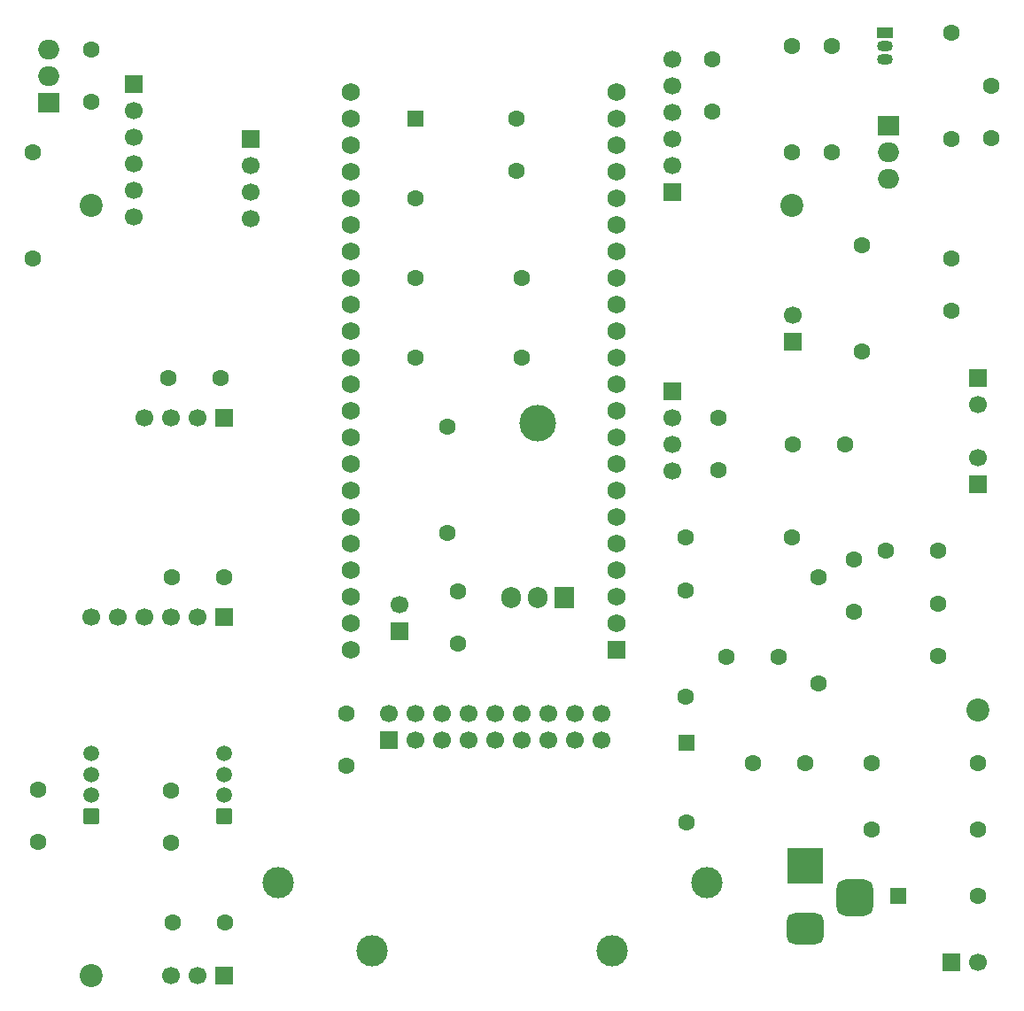
<source format=gbr>
%TF.GenerationSoftware,KiCad,Pcbnew,9.0.7-9.0.7~ubuntu24.04.1*%
%TF.CreationDate,2026-02-02T16:30:08+01:00*%
%TF.ProjectId,Main,4d61696e-2e6b-4696-9361-645f70636258,rev?*%
%TF.SameCoordinates,Original*%
%TF.FileFunction,Soldermask,Bot*%
%TF.FilePolarity,Negative*%
%FSLAX46Y46*%
G04 Gerber Fmt 4.6, Leading zero omitted, Abs format (unit mm)*
G04 Created by KiCad (PCBNEW 9.0.7-9.0.7~ubuntu24.04.1) date 2026-02-02 16:30:08*
%MOMM*%
%LPD*%
G01*
G04 APERTURE LIST*
G04 Aperture macros list*
%AMRoundRect*
0 Rectangle with rounded corners*
0 $1 Rounding radius*
0 $2 $3 $4 $5 $6 $7 $8 $9 X,Y pos of 4 corners*
0 Add a 4 corners polygon primitive as box body*
4,1,4,$2,$3,$4,$5,$6,$7,$8,$9,$2,$3,0*
0 Add four circle primitives for the rounded corners*
1,1,$1+$1,$2,$3*
1,1,$1+$1,$4,$5*
1,1,$1+$1,$6,$7*
1,1,$1+$1,$8,$9*
0 Add four rect primitives between the rounded corners*
20,1,$1+$1,$2,$3,$4,$5,0*
20,1,$1+$1,$4,$5,$6,$7,0*
20,1,$1+$1,$6,$7,$8,$9,0*
20,1,$1+$1,$8,$9,$2,$3,0*%
G04 Aperture macros list end*
%ADD10C,1.600000*%
%ADD11R,2.000000X1.905000*%
%ADD12O,2.000000X1.905000*%
%ADD13R,1.700000X1.700000*%
%ADD14C,1.700000*%
%ADD15R,1.500000X1.050000*%
%ADD16O,1.500000X1.050000*%
%ADD17RoundRect,0.102000X0.765000X0.765000X-0.765000X0.765000X-0.765000X-0.765000X0.765000X-0.765000X0*%
%ADD18C,1.734000*%
%ADD19C,2.200000*%
%ADD20R,3.500000X3.500000*%
%ADD21RoundRect,0.750000X1.000000X-0.750000X1.000000X0.750000X-1.000000X0.750000X-1.000000X-0.750000X0*%
%ADD22RoundRect,0.875000X0.875000X-0.875000X0.875000X0.875000X-0.875000X0.875000X-0.875000X-0.875000X0*%
%ADD23RoundRect,0.250000X-0.550000X0.550000X-0.550000X-0.550000X0.550000X-0.550000X0.550000X0.550000X0*%
%ADD24RoundRect,0.250000X-0.550000X-0.550000X0.550000X-0.550000X0.550000X0.550000X-0.550000X0.550000X0*%
%ADD25RoundRect,0.102000X0.654000X-0.654000X0.654000X0.654000X-0.654000X0.654000X-0.654000X-0.654000X0*%
%ADD26C,1.512000*%
%ADD27C,3.000000*%
%ADD28C,3.500000*%
%ADD29R,1.905000X2.000000*%
%ADD30O,1.905000X2.000000*%
G04 APERTURE END LIST*
D10*
%TO.C,C3*%
X121550000Y-87300000D03*
X116550000Y-87300000D03*
%TD*%
D11*
%TO.C,Q1*%
X105156000Y-60960000D03*
D12*
X105156000Y-58420000D03*
X105156000Y-55880000D03*
%TD*%
D10*
%TO.C,C15*%
X195250000Y-64360000D03*
X195250000Y-59360000D03*
%TD*%
%TO.C,C12*%
X176240000Y-93650000D03*
X181240000Y-93650000D03*
%TD*%
D13*
%TO.C,J5*%
X164770000Y-69520000D03*
D14*
X164770000Y-66980000D03*
X164770000Y-64440000D03*
X164770000Y-61900000D03*
X164770000Y-59360000D03*
X164770000Y-56820000D03*
%TD*%
D10*
%TO.C,C19*%
X121920000Y-106350000D03*
X116920000Y-106350000D03*
%TD*%
%TO.C,C5*%
X169207500Y-91150000D03*
X169207500Y-96150000D03*
%TD*%
D13*
%TO.C,J1*%
X164770000Y-88570000D03*
D14*
X164770000Y-91110000D03*
X164770000Y-93650000D03*
X164770000Y-96190000D03*
%TD*%
D13*
%TO.C,J6*%
X124460000Y-64440000D03*
D14*
X124460000Y-66980000D03*
X124460000Y-69520000D03*
X124460000Y-72060000D03*
%TD*%
D15*
%TO.C,Q2*%
X185090000Y-54280000D03*
D16*
X185090000Y-55550000D03*
X185090000Y-56820000D03*
%TD*%
D10*
%TO.C,C9*%
X169930000Y-113970000D03*
X174930000Y-113970000D03*
%TD*%
%TO.C,C17*%
X104140000Y-126710000D03*
X104140000Y-131710000D03*
%TD*%
D17*
%TO.C,U4*%
X159430000Y-113310000D03*
D18*
X159430000Y-110770000D03*
X159430000Y-108230000D03*
X159430000Y-105690000D03*
X159430000Y-103150000D03*
X159430000Y-100610000D03*
X159430000Y-98070000D03*
X159430000Y-95530000D03*
X159430000Y-92990000D03*
X159430000Y-90450000D03*
X159430000Y-87910000D03*
X159430000Y-85370000D03*
X159430000Y-82830000D03*
X159430000Y-80290000D03*
X159430000Y-77750000D03*
X159430000Y-75210000D03*
X159430000Y-72670000D03*
X159430000Y-70130000D03*
X159430000Y-67590000D03*
X159430000Y-65050000D03*
X159430000Y-62510000D03*
X159430000Y-59970000D03*
X134000000Y-113340000D03*
X134000000Y-110800000D03*
X134000000Y-108260000D03*
X134000000Y-105720000D03*
X134000000Y-103180000D03*
X134000000Y-100640000D03*
X134000000Y-98100000D03*
X134000000Y-95560000D03*
X134000000Y-93020000D03*
X134000000Y-90480000D03*
X134000000Y-87940000D03*
X134000000Y-85400000D03*
X134000000Y-82860000D03*
X134000000Y-80320000D03*
X134000000Y-77780000D03*
X134000000Y-75240000D03*
X134000000Y-72700000D03*
X134000000Y-70160000D03*
X134000000Y-67620000D03*
X134000000Y-65080000D03*
X134000000Y-62540000D03*
X134000000Y-60000000D03*
%TD*%
D13*
%TO.C,J4*%
X121920000Y-91110000D03*
D14*
X119380000Y-91110000D03*
X116840000Y-91110000D03*
X114300000Y-91110000D03*
%TD*%
D10*
%TO.C,R7*%
X166040000Y-107620000D03*
X166040000Y-117780000D03*
%TD*%
D13*
%TO.C,J8*%
X121920000Y-110160000D03*
D14*
X119380000Y-110160000D03*
X116840000Y-110160000D03*
X114300000Y-110160000D03*
X111760000Y-110160000D03*
X109220000Y-110160000D03*
%TD*%
D10*
%TO.C,R2*%
X183820000Y-130480000D03*
X193980000Y-130480000D03*
%TD*%
%TO.C,R4*%
X176200000Y-102540000D03*
X166040000Y-102540000D03*
%TD*%
%TO.C,C14*%
X191440000Y-75910000D03*
X191440000Y-80910000D03*
%TD*%
%TO.C,C10*%
X190130000Y-108930000D03*
X190130000Y-113930000D03*
%TD*%
D11*
%TO.C,Q3*%
X185410000Y-63170000D03*
D12*
X185410000Y-65710000D03*
X185410000Y-68250000D03*
%TD*%
D13*
%TO.C,J3*%
X121920000Y-144450000D03*
D14*
X119380000Y-144450000D03*
X116840000Y-144450000D03*
%TD*%
D10*
%TO.C,C8*%
X172470000Y-124130000D03*
X177470000Y-124130000D03*
%TD*%
D19*
%TO.C,H3*%
X176200000Y-70790000D03*
%TD*%
D10*
%TO.C,R9*%
X182880000Y-84760000D03*
X182880000Y-74600000D03*
%TD*%
%TO.C,R3*%
X103632000Y-75870000D03*
X103632000Y-65710000D03*
%TD*%
%TO.C,C16*%
X116840000Y-126750000D03*
X116840000Y-131750000D03*
%TD*%
%TO.C,C6*%
X122034000Y-139370000D03*
X117034000Y-139370000D03*
%TD*%
D19*
%TO.C,H1*%
X109220000Y-144450000D03*
%TD*%
%TO.C,H2*%
X109220000Y-70790000D03*
%TD*%
D20*
%TO.C,J17*%
X177470000Y-134005000D03*
D21*
X177470000Y-140005000D03*
D22*
X182170000Y-137005000D03*
%TD*%
D10*
%TO.C,R8*%
X176200000Y-65710000D03*
X176200000Y-55550000D03*
%TD*%
D13*
%TO.C,J7*%
X113284000Y-59182000D03*
D14*
X113284000Y-61722000D03*
X113284000Y-64262000D03*
X113284000Y-66802000D03*
X113284000Y-69342000D03*
X113284000Y-71882000D03*
%TD*%
D19*
%TO.C,H4*%
X193980000Y-119050000D03*
%TD*%
D13*
%TO.C,J10*%
X191440000Y-143180000D03*
D14*
X193980000Y-143180000D03*
%TD*%
D10*
%TO.C,C4*%
X168580000Y-61860000D03*
X168580000Y-56860000D03*
%TD*%
D23*
%TO.C,D1*%
X166116000Y-122174000D03*
D10*
X166116000Y-129794000D03*
%TD*%
D13*
%TO.C,JP1*%
X176276000Y-83820000D03*
D14*
X176276000Y-81280000D03*
%TD*%
D10*
%TO.C,R1*%
X193980000Y-124130000D03*
X183820000Y-124130000D03*
%TD*%
%TO.C,R10*%
X180010000Y-65710000D03*
X180010000Y-55550000D03*
%TD*%
%TO.C,C11*%
X182118000Y-109688000D03*
X182118000Y-104688000D03*
%TD*%
D13*
%TO.C,J16*%
X193980000Y-87300000D03*
D14*
X193980000Y-89840000D03*
%TD*%
D10*
%TO.C,R11*%
X191440000Y-64440000D03*
X191440000Y-54280000D03*
%TD*%
D13*
%TO.C,J14*%
X193980000Y-97460000D03*
D14*
X193980000Y-94920000D03*
%TD*%
D24*
%TO.C,D2*%
X186360000Y-136830000D03*
D10*
X193980000Y-136830000D03*
%TD*%
%TO.C,C13*%
X185130000Y-103810000D03*
X190130000Y-103810000D03*
%TD*%
D25*
%TO.C,J12*%
X109220000Y-129210000D03*
D26*
X109220000Y-127210000D03*
X109220000Y-125210000D03*
X109220000Y-123210000D03*
%TD*%
D10*
%TO.C,C2*%
X109220000Y-60920000D03*
X109220000Y-55920000D03*
%TD*%
%TO.C,L1*%
X178740000Y-116510000D03*
X178740000Y-106350000D03*
%TD*%
D25*
%TO.C,J11*%
X121920000Y-129210000D03*
D26*
X121920000Y-127210000D03*
X121920000Y-125210000D03*
X121920000Y-123210000D03*
%TD*%
D10*
%TO.C,C7*%
X144272000Y-112736000D03*
X144272000Y-107736000D03*
%TD*%
D13*
%TO.C,J2*%
X138684000Y-111511000D03*
D14*
X138684000Y-108971000D03*
%TD*%
D27*
%TO.C,J9*%
X168068000Y-135580000D03*
X127068000Y-135580000D03*
X159018000Y-142070000D03*
X136068000Y-142080000D03*
D13*
X137668000Y-121920000D03*
D14*
X137668000Y-119380000D03*
X140208000Y-121920000D03*
X140208000Y-119380000D03*
X142748000Y-121920000D03*
X142748000Y-119380000D03*
X145288000Y-121920000D03*
X145288000Y-119380000D03*
X147828000Y-121920000D03*
X147828000Y-119380000D03*
X150368000Y-121920000D03*
X150368000Y-119380000D03*
X152908000Y-121920000D03*
X152908000Y-119380000D03*
X155448000Y-121920000D03*
X155448000Y-119380000D03*
X157988000Y-121920000D03*
X157988000Y-119380000D03*
%TD*%
D10*
%TO.C,R19*%
X150368000Y-85344000D03*
X140208000Y-85344000D03*
%TD*%
%TO.C,C1*%
X133604000Y-124420000D03*
X133604000Y-119420000D03*
%TD*%
D23*
%TO.C,D3*%
X140208000Y-62484000D03*
D10*
X140208000Y-70104000D03*
%TD*%
%TO.C,R5*%
X143256000Y-91948000D03*
X143256000Y-102108000D03*
%TD*%
%TO.C,C20*%
X149860000Y-62484000D03*
X149860000Y-67484000D03*
%TD*%
D28*
%TO.C,Q4*%
X151892000Y-91630000D03*
D29*
X154432000Y-108290000D03*
D30*
X151892000Y-108290000D03*
X149352000Y-108290000D03*
%TD*%
D10*
%TO.C,R18*%
X150368000Y-77724000D03*
X140208000Y-77724000D03*
%TD*%
M02*

</source>
